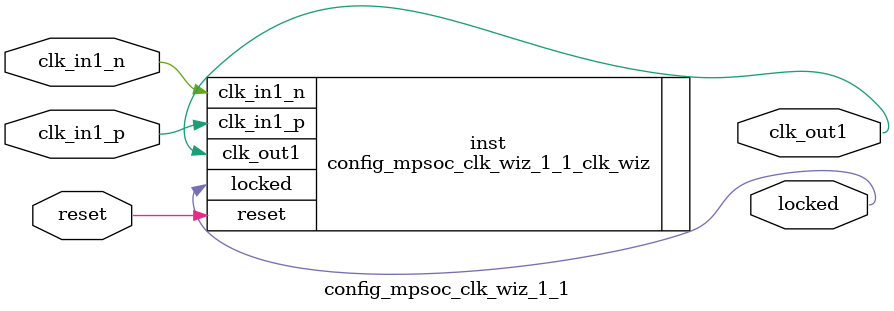
<source format=v>


`timescale 1ps/1ps

(* CORE_GENERATION_INFO = "config_mpsoc_clk_wiz_1_1,clk_wiz_v6_0_11_0_0,{component_name=config_mpsoc_clk_wiz_1_1,use_phase_alignment=false,use_min_o_jitter=false,use_max_i_jitter=false,use_dyn_phase_shift=false,use_inclk_switchover=false,use_dyn_reconfig=false,enable_axi=0,feedback_source=FDBK_AUTO,PRIMITIVE=MMCM,num_out_clk=1,clkin1_period=10.000,clkin2_period=10.000,use_power_down=false,use_reset=true,use_locked=true,use_inclk_stopped=false,feedback_type=SINGLE,CLOCK_MGR_TYPE=NA,manual_override=false}" *)

module config_mpsoc_clk_wiz_1_1 
 (
  // Clock out ports
  output        clk_out1,
  // Status and control signals
  input         reset,
  output        locked,
 // Clock in ports
  input         clk_in1_p,
  input         clk_in1_n
 );

  config_mpsoc_clk_wiz_1_1_clk_wiz inst
  (
  // Clock out ports  
  .clk_out1(clk_out1),
  // Status and control signals               
  .reset(reset), 
  .locked(locked),
 // Clock in ports
  .clk_in1_p(clk_in1_p),
  .clk_in1_n(clk_in1_n)
  );

endmodule

</source>
